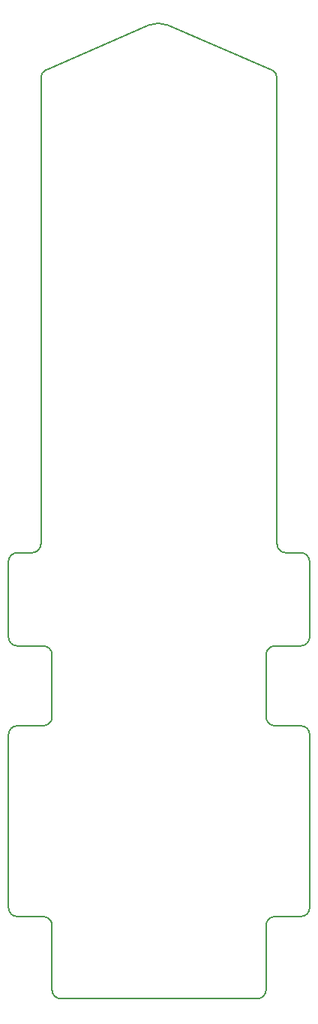
<source format=gbr>
%TF.GenerationSoftware,KiCad,Pcbnew,7.0.6-0*%
%TF.CreationDate,2024-06-02T11:06:43-07:00*%
%TF.ProjectId,s3,73332e6b-6963-4616-945f-706362585858,rev?*%
%TF.SameCoordinates,Original*%
%TF.FileFunction,Profile,NP*%
%FSLAX46Y46*%
G04 Gerber Fmt 4.6, Leading zero omitted, Abs format (unit mm)*
G04 Created by KiCad (PCBNEW 7.0.6-0) date 2024-06-02 11:06:43*
%MOMM*%
%LPD*%
G01*
G04 APERTURE LIST*
%TA.AperFunction,Profile*%
%ADD10C,0.200000*%
%TD*%
G04 APERTURE END LIST*
D10*
X198123792Y-151094968D02*
G75*
G03*
X199123742Y-152095008I1000008J-32D01*
G01*
X221283174Y-152095898D02*
X199123742Y-152095008D01*
X197466304Y-47391524D02*
G75*
G03*
X196865734Y-48308218I399296J-916676D01*
G01*
X223525784Y-64507474D02*
X223525031Y-95497455D01*
X223525031Y-95497455D02*
X223524817Y-100835798D01*
X223524861Y-100835798D02*
G75*
G03*
X224524777Y-101835839I999939J-102D01*
G01*
X198125208Y-115574906D02*
X198125069Y-113334803D01*
X224524777Y-101835839D02*
X226205005Y-101835906D01*
X227204964Y-102835946D02*
X227204620Y-111335971D01*
X197466287Y-47391486D02*
X208914726Y-42403203D01*
X226204579Y-112335920D02*
G75*
G03*
X227204620Y-111335971I21J1000020D01*
G01*
X211297831Y-42397299D02*
G75*
G03*
X208914726Y-42403204I-1184731J-2756001D01*
G01*
X223284770Y-112335830D02*
G75*
G03*
X222284730Y-113335773I-70J-999970D01*
G01*
X198125035Y-113334803D02*
G75*
G03*
X197125006Y-112334865I-999935J3D01*
G01*
X198125017Y-120335127D02*
X198125208Y-115574906D01*
X193205135Y-111335109D02*
X193204606Y-102835084D01*
X223526184Y-48312432D02*
G75*
G03*
X222921095Y-47393691I-999984J32D01*
G01*
X197124113Y-142835087D02*
X194204304Y-142834970D01*
X211297821Y-42397323D02*
X222921095Y-47393691D01*
X198124013Y-143835127D02*
G75*
G03*
X197124113Y-142835087I-999913J127D01*
G01*
X194204544Y-101835022D02*
X195864982Y-101834919D01*
X195864982Y-101834920D02*
G75*
G03*
X196864920Y-100834857I-82J1000020D01*
G01*
X223526177Y-48312432D02*
X223525784Y-64507474D01*
X223283545Y-142836205D02*
G75*
G03*
X222283505Y-143836097I-145J-999895D01*
G01*
X196864920Y-100834857D02*
X196864588Y-95496808D01*
X193204344Y-141834930D02*
X193205127Y-122334930D01*
X194204544Y-101835006D02*
G75*
G03*
X193204606Y-102835084I56J-999994D01*
G01*
X193204330Y-141834930D02*
G75*
G03*
X194204304Y-142834970I999970J-70D01*
G01*
X194205167Y-121334927D02*
G75*
G03*
X193205127Y-122334930I33J-1000073D01*
G01*
X227204894Y-102835946D02*
G75*
G03*
X226205005Y-101835906I-999894J146D01*
G01*
X196864588Y-95496808D02*
X196865734Y-48308218D01*
X227204146Y-122336294D02*
G75*
G03*
X226204218Y-121336254I-999946J94D01*
G01*
X222283505Y-143836097D02*
X222283214Y-151095938D01*
X193205053Y-111335109D02*
G75*
G03*
X194205197Y-112335047I999947J9D01*
G01*
X221283174Y-152095914D02*
G75*
G03*
X222283214Y-151095938I26J1000014D01*
G01*
X223284408Y-121336137D02*
X226204218Y-121336254D01*
X226203355Y-142836195D02*
G75*
G03*
X227203395Y-141836294I145J999895D01*
G01*
X197124977Y-121335017D02*
G75*
G03*
X198125017Y-120335127I123J999917D01*
G01*
X197125006Y-112334865D02*
X194205197Y-112335047D01*
X198123782Y-151094968D02*
X198124073Y-143835127D01*
X222284730Y-113335773D02*
X222284449Y-120336097D01*
X194205167Y-121334970D02*
X197124977Y-121335087D01*
X227204178Y-122336294D02*
X227203395Y-141836294D01*
X226204579Y-112335930D02*
X223284770Y-112335813D01*
X226203355Y-142836254D02*
X223283545Y-142836137D01*
X222284363Y-120336097D02*
G75*
G03*
X223284408Y-121336137I999937J-103D01*
G01*
M02*

</source>
